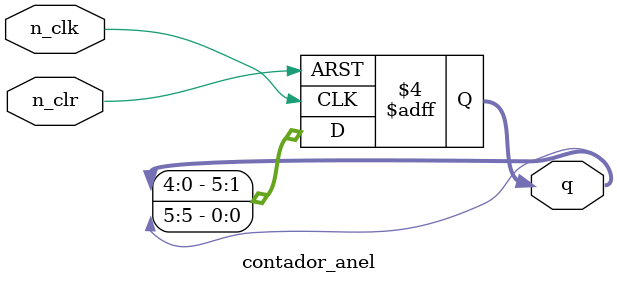
<source format=v>
module contador_anel (
  input n_clk,
  input n_clr,
  output reg [5:0] q
);
  
    always @(negedge n_clk or negedge n_clr) begin
      if (!n_clr)
        q <= 6'b000001;
      else begin
        q <= q<<1;
        q[0] <= q[5];
      end
    end

endmodule

</source>
